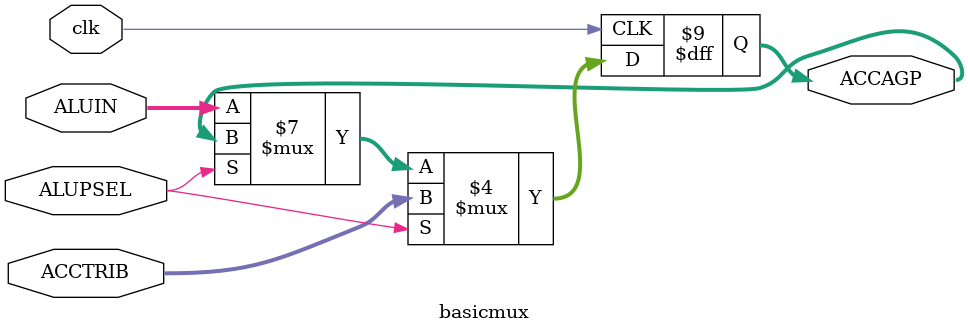
<source format=v>
`timescale 1ns / 1ps


module basicmux(
    input [7:0] ACCTRIB,
    input [7:0] ALUIN,
    input ALUPSEL,
    input clk,
    output reg [7:0] ACCAGP
    );
    
always@(posedge clk)
begin 
if(!ALUPSEL) ACCAGP=ALUIN;
if(ALUPSEL) ACCAGP=ACCTRIB;
end
    
endmodule
</source>
